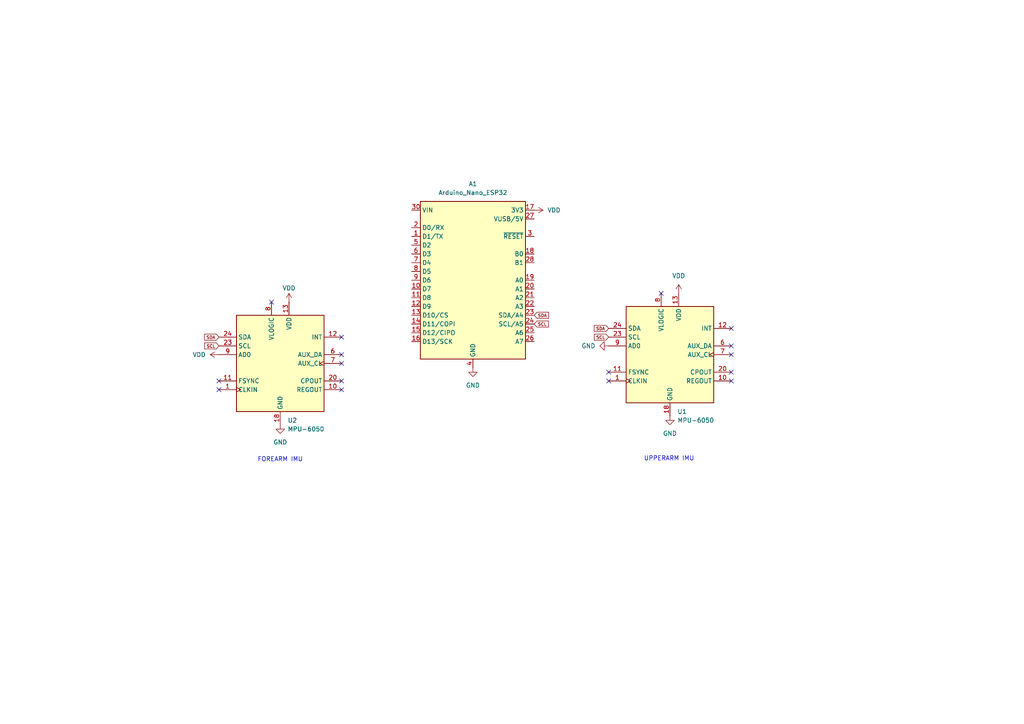
<source format=kicad_sch>
(kicad_sch (version 20250114) (generator "eeschema") (generator_version "9.0")
  (paper "A4")
  (lib_symbols
    (symbol "MCU_Module:Arduino_Nano_ESP32"
      (property "Reference" "A" (at -14.986 23.622 0))
      (property "Value" "Arduino_Nano_ESP32" (at 3.81 -25.654 0))
      (symbol "Arduino_Nano_ESP32_0_1"
        (rectangle (start -15.24 22.86) (end 15.24 -22.86) (stroke (width 0.254)) (fill (type background)))
      )
      (symbol "Arduino_Nano_ESP32_1_1"
        (pin power_in line (at -17.78 20.32 0) (length 2.54) (name "VIN") (number "30"))
        (pin bidirectional line (at -17.78 15.24 0) (length 2.54) (name "D0/RX") (number "2"))
        (pin bidirectional line (at -17.78 12.7 0) (length 2.54) (name "D1/TX") (number "1"))
        (pin bidirectional line (at -17.78 10.16 0) (length 2.54) (name "D2") (number "5"))
        (pin bidirectional line (at -17.78 7.62 0) (length 2.54) (name "D3") (number "6"))
        (pin bidirectional line (at -17.78 5.08 0) (length 2.54) (name "D4") (number "7"))
        (pin bidirectional line (at -17.78 2.54 0) (length 2.54) (name "D5") (number "8"))
        (pin bidirectional line (at -17.78 0 0) (length 2.54) (name "D6") (number "9"))
        (pin bidirectional line (at -17.78 -2.54 0) (length 2.54) (name "D7") (number "10"))
        (pin bidirectional line (at -17.78 -5.08 0) (length 2.54) (name "D8") (number "11"))
        (pin bidirectional line (at -17.78 -7.62 0) (length 2.54) (name "D9") (number "12"))
        (pin bidirectional line (at -17.78 -10.16 0) (length 2.54) (name "D10/CS") (number "13"))
        (pin bidirectional line (at -17.78 -12.7 0) (length 2.54) (name "D11/COPI") (number "14"))
        (pin bidirectional line (at -17.78 -15.24 0) (length 2.54) (name "D12/CIPO") (number "15"))
        (pin bidirectional line (at -17.78 -17.78 0) (length 2.54) (name "D13/SCK") (number "16"))
        (pin passive line (at 0 -25.4 90) (length 2.54) (hide yes) (name "GND") (number "29"))
        (pin power_in line (at 0 -25.4 90) (length 2.54) (name "GND") (number "4"))
        (pin power_out line (at 17.78 20.32 180) (length 2.54) (name "3V3") (number "17"))
        (pin power_out line (at 17.78 17.78 180) (length 2.54) (name "VUSB/5V") (number "27"))
        (pin input line (at 17.78 12.7 180) (length 2.54) (name "~{RESET}") (number "3"))
        (pin bidirectional line (at 17.78 7.62 180) (length 2.54) (name "B0") (number "18"))
        (pin bidirectional line (at 17.78 5.08 180) (length 2.54) (name "B1") (number "28"))
        (pin bidirectional line (at 17.78 0 180) (length 2.54) (name "A0") (number "19"))
        (pin bidirectional line (at 17.78 -2.54 180) (length 2.54) (name "A1") (number "20"))
        (pin bidirectional line (at 17.78 -5.08 180) (length 2.54) (name "A2") (number "21"))
        (pin bidirectional line (at 17.78 -7.62 180) (length 2.54) (name "A3") (number "22"))
        (pin bidirectional line (at 17.78 -10.16 180) (length 2.54) (name "SDA/A4") (number "23"))
        (pin bidirectional line (at 17.78 -12.7 180) (length 2.54) (name "SCL/A5") (number "24"))
        (pin bidirectional line (at 17.78 -15.24 180) (length 2.54) (name "A6") (number "25"))
        (pin bidirectional line (at 17.78 -17.78 180) (length 2.54) (name "A7") (number "26"))
      )
    )
    (symbol "Sensor_Motion:MPU-6050"
      (property "Reference" "U" (at -11.43 13.97 0))
      (property "Value" "MPU-6050" (at 7.62 -15.24 0))
      (symbol "MPU-6050_0_1"
        (rectangle (start -12.7 13.97) (end 12.7 -13.97) (stroke (width 0.254)) (fill (type background)))
      )
      (symbol "MPU-6050_1_1"
        (pin bidirectional line (at -17.78 7.62 0) (length 5.08) (name "SDA") (number "24"))
        (pin input line (at -17.78 5.08 0) (length 5.08) (name "SCL") (number "23"))
        (pin input line (at -17.78 2.54 0) (length 5.08) (name "AD0") (number "9"))
        (pin input line (at -17.78 -5.08 0) (length 5.08) (name "FSYNC") (number "11"))
        (pin input clock (at -17.78 -7.62 0) (length 5.08) (name "CLKIN") (number "1"))
        (pin no_connect line (at -12.7 12.7 0) (length 2.54) (hide yes) (name "NC") (number "2"))
        (pin no_connect line (at -12.7 10.16 0) (length 2.54) (hide yes) (name "NC") (number "3"))
        (pin no_connect line (at -12.7 0 0) (length 2.54) (hide yes) (name "NC") (number "4"))
        (pin no_connect line (at -12.7 -2.54 0) (length 2.54) (hide yes) (name "NC") (number "5"))
        (pin no_connect line (at -12.7 -10.16 0) (length 2.54) (hide yes) (name "NC") (number "14"))
        (pin power_in line (at -2.54 17.78 270) (length 3.81) (name "VLOGIC") (number "8"))
        (pin power_in line (at 0 -17.78 90) (length 3.81) (name "GND") (number "18"))
        (pin power_in line (at 2.54 17.78 270) (length 3.81) (name "VDD") (number "13"))
        (pin no_connect line (at 12.7 12.7 180) (length 2.54) (hide yes) (name "NC") (number "15"))
        (pin no_connect line (at 12.7 10.16 180) (length 2.54) (hide yes) (name "NC") (number "16"))
        (pin no_connect line (at 12.7 5.08 180) (length 2.54) (hide yes) (name "NC") (number "17"))
        (pin no_connect line (at 12.7 -2.54 180) (length 2.54) (hide yes) (name "RESV") (number "21"))
        (pin no_connect line (at 12.7 -10.16 180) (length 2.54) (hide yes) (name "RESV") (number "19"))
        (pin no_connect line (at 12.7 -12.7 180) (length 2.54) (hide yes) (name "RESV") (number "22"))
        (pin output line (at 17.78 7.62 180) (length 5.08) (name "INT") (number "12"))
        (pin bidirectional line (at 17.78 2.54 180) (length 5.08) (name "AUX_DA") (number "6"))
        (pin output clock (at 17.78 0 180) (length 5.08) (name "AUX_CL") (number "7"))
        (pin passive line (at 17.78 -5.08 180) (length 5.08) (name "CPOUT") (number "20"))
        (pin passive line (at 17.78 -7.62 180) (length 5.08) (name "REGOUT") (number "10"))
      )
    )
    (symbol "power:GND" (power) (pin_numbers (hide yes)) (pin_names (offset 0) (hide yes))
      (property "Value" "GND" (at 0 -3.81 0))
      (symbol "GND_0_1"
        (polyline (pts (xy 0 0) (xy 0 -1.27) (xy 1.27 -1.27) (xy 0 -2.54) (xy -1.27 -1.27) (xy 0 -1.27)))
      )
      (symbol "GND_1_1"
        (pin power_in line (at 0 0 270) (length 0) (name "~") (number "1"))
      )
    )
    (symbol "power:VDD" (power) (pin_numbers (hide yes)) (pin_names (offset 0) (hide yes))
      (property "Value" "VDD" (at 0 3.556 0))
      (symbol "VDD_0_1"
        (polyline (pts (xy -0.762 1.27) (xy 0 2.54)))
        (polyline (pts (xy 0 2.54) (xy 0.762 1.27)))
        (polyline (pts (xy 0 0) (xy 0 2.54)))
      )
      (symbol "VDD_1_1"
        (pin power_in line (at 0 0 90) (length 0) (name "~") (number "1"))
      )
    )
  )
  (text "FOREARM IMU" (at 81.28 133.35 0) (effects (font (size 1.27 1.27))))
  (text "UPPERARM IMU" (at 194.056 133.096 0) (effects (font (size 1.27 1.27))))
  (no_connect (at 212.09 107.95))
  (no_connect (at 63.5 110.49))
  (no_connect (at 212.09 95.25))
  (no_connect (at 99.06 110.49))
  (no_connect (at 99.06 97.79))
  (no_connect (at 99.06 102.87))
  (no_connect (at 212.09 110.49))
  (no_connect (at 212.09 102.87))
  (no_connect (at 176.53 107.95))
  (no_connect (at 63.5 113.03))
  (no_connect (at 99.06 113.03))
  (no_connect (at 176.53 110.49))
  (no_connect (at 99.06 105.41))
  (no_connect (at 191.77 85.09))
  (no_connect (at 212.09 100.33))
  (no_connect (at 78.74 87.63))
  (global_label "SCL" (shape input) (at 176.53 97.79 180) (effects (font (size 0.889 0.889))) (property "Intersheetrefs" "${INTERSHEET_REFS}" (effects (hide yes))))
  (global_label "SCL" (shape input) (at 63.5 100.33 180) (effects (font (size 0.889 0.889))) (property "Intersheetrefs" "${INTERSHEET_REFS}" (effects (hide yes))))
  (global_label "SDA" (shape input) (at 176.53 95.25 180) (effects (font (size 0.889 0.889))) (property "Intersheetrefs" "${INTERSHEET_REFS}" (effects (hide yes))))
  (global_label "SDA" (shape input) (at 63.5 97.79 180) (effects (font (size 0.889 0.889))) (property "Intersheetrefs" "${INTERSHEET_REFS}" (effects (hide yes))))
  (global_label "SDA" (shape input) (at 154.94 91.44 0) (effects (font (size 0.889 0.889))) (property "Intersheetrefs" "${INTERSHEET_REFS}" (effects (hide yes))))
  (global_label "SCL" (shape input) (at 154.94 93.98 0) (effects (font (size 0.889 0.889))) (property "Intersheetrefs" "${INTERSHEET_REFS}" (effects (hide yes))))
  (symbol (lib_id "power:GND") (at 81.28 123.19 0) (unit 1)
    (property "Reference" "#PWR03" (effects (hide yes)))
    (property "Value" "GND" (at 81.28 128.27 0))
    (property "Description" "Power symbol creates a global label with name \"GND\" , ground" (effects (hide yes)))
  )
  (symbol (lib_id "power:VDD") (at 154.94 60.96 270) (unit 1)
    (property "Reference" "#PWR01" (effects (hide yes)))
    (property "Value" "VDD" (at 158.75 60.9599 90) (effects (justify left)))
    (property "Description" "Power symbol creates a global label with name \"VDD\"" (effects (hide yes)))
  )
  (symbol (lib_id "power:VDD") (at 63.5 102.87 90) (unit 1)
    (property "Reference" "#PWR06" (effects (hide yes)))
    (property "Value" "VDD" (at 59.69 102.8699 90) (effects (justify left)))
    (property "Description" "Power symbol creates a global label with name \"VDD\"" (effects (hide yes)))
  )
  (symbol (lib_id "MCU_Module:Arduino_Nano_ESP32") (at 137.16 81.28 0) (unit 1)
    (property "Reference" "A1" (at 137.16 53.34 0))
    (property "Value" "Arduino_Nano_ESP32" (at 137.16 55.88 0))
    (property "Footprint" "Module:Arduino_Nano" (effects (hide yes)))
    (property "Datasheet" "https://docs.arduino.cc/resources/datasheets/ABX00083-datasheet.pdf" (effects (hide yes)))
    (property "Description" "Arduino Nano board based on the ESP32-S3 with a dual-core 240 MHz processor, 384 kB ROM, 512 kB SRAM. Operates at 3.3V, with 5V USB-C® input and 6-21V VIN. Features Wi-Fi®, Bluetooth® LE, digital and analog pins, and supports SPI, I2C, UART, I2S, and CAN." (effects (hide yes)))
  )
  (symbol (lib_id "power:VDD") (at 196.85 85.09 0) (unit 1)
    (property "Reference" "#PWR08" (effects (hide yes)))
    (property "Value" "VDD" (at 196.85 80.01 0))
    (property "Description" "Power symbol creates a global label with name \"VDD\"" (effects (hide yes)))
  )
  (symbol (lib_id "power:GND") (at 176.53 100.33 270) (unit 1)
    (property "Reference" "#PWR05" (effects (hide yes)))
    (property "Value" "GND" (at 172.72 100.3299 90) (effects (justify right)))
    (property "Description" "Power symbol creates a global label with name \"GND\" , ground" (effects (hide yes)))
  )
  (symbol (lib_id "Sensor_Motion:MPU-6050") (at 194.31 102.87 0) (unit 1)
    (property "Reference" "U1" (at 196.4533 119.38 0) (effects (justify left)))
    (property "Value" "MPU-6050" (at 196.4533 121.92 0) (effects (justify left)))
    (property "Footprint" "Sensor_Motion:InvenSense_QFN-24_4x4mm_P0.5mm" (effects (hide yes)))
    (property "Datasheet" "https://invensense.tdk.com/wp-content/uploads/2015/02/MPU-6000-Datasheet1.pdf" (effects (hide yes)))
    (property "Description" "InvenSense 6-Axis Motion Sensor, Gyroscope, Accelerometer, I2C" (effects (hide yes)))
  )
  (symbol (lib_id "Sensor_Motion:MPU-6050") (at 81.28 105.41 0) (unit 1)
    (property "Reference" "U2" (at 83.4233 121.92 0) (effects (justify left)))
    (property "Value" "MPU-6050" (at 83.4233 124.46 0) (effects (justify left)))
    (property "Footprint" "Sensor_Motion:InvenSense_QFN-24_4x4mm_P0.5mm" (effects (hide yes)))
    (property "Datasheet" "https://invensense.tdk.com/wp-content/uploads/2015/02/MPU-6000-Datasheet1.pdf" (effects (hide yes)))
    (property "Description" "InvenSense 6-Axis Motion Sensor, Gyroscope, Accelerometer, I2C" (effects (hide yes)))
  )
  (symbol (lib_id "power:GND") (at 194.31 120.65 0) (unit 1)
    (property "Reference" "#PWR04" (effects (hide yes)))
    (property "Value" "GND" (at 194.31 125.73 0))
    (property "Description" "Power symbol creates a global label with name \"GND\" , ground" (effects (hide yes)))
  )
  (symbol (lib_id "power:GND") (at 137.16 106.68 0) (unit 1)
    (property "Reference" "#PWR02" (effects (hide yes)))
    (property "Value" "GND" (at 137.16 111.76 0))
    (property "Description" "Power symbol creates a global label with name \"GND\" , ground" (effects (hide yes)))
  )
  (symbol (lib_id "power:VDD") (at 83.82 87.63 0) (unit 1)
    (property "Reference" "#PWR07" (effects (hide yes)))
    (property "Value" "VDD" (at 83.82 83.566 0))
    (property "Description" "Power symbol creates a global label with name \"VDD\"" (effects (hide yes)))
  )
)
</source>
